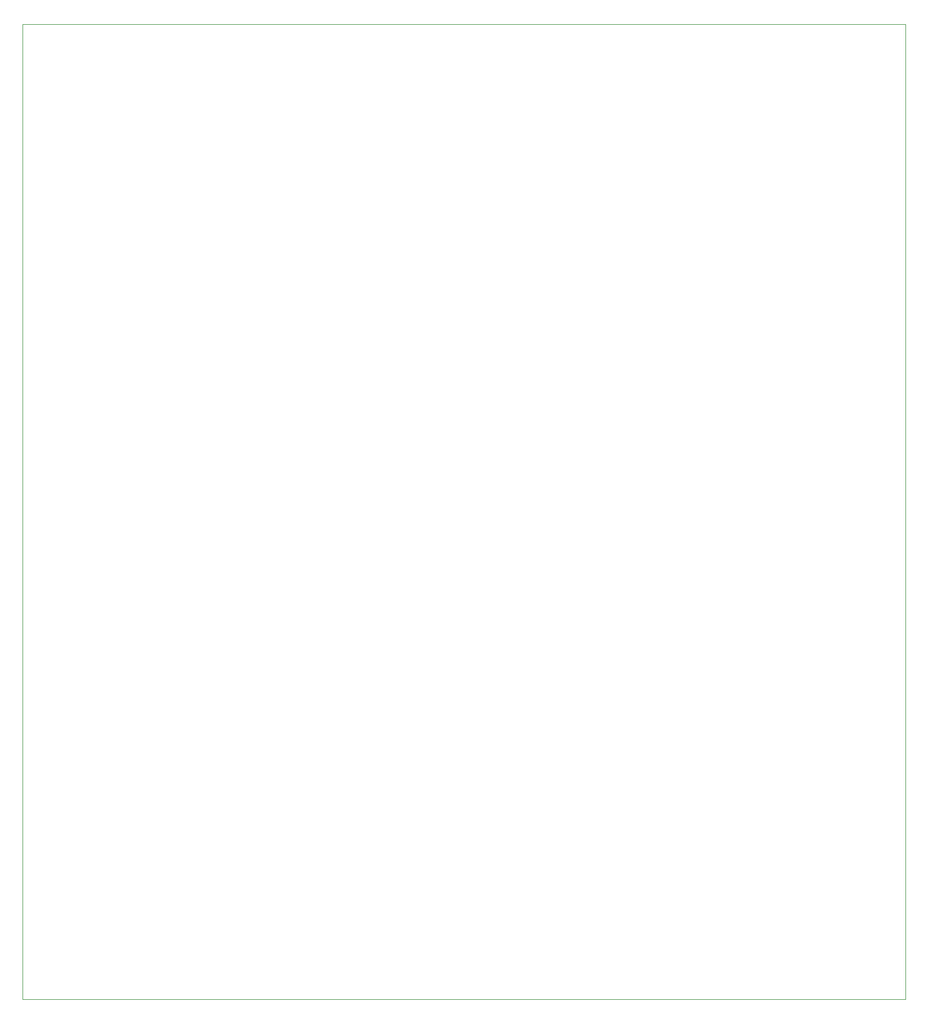
<source format=gko>
G04 Layer_Color=16711935*
%FSTAX24Y24*%
%MOIN*%
G70*
G01*
G75*
%ADD43C,0.0039*%
D43*
X009843Y109843D02*
X012835D01*
X063386D01*
Y050787D02*
Y109843D01*
X009843Y050787D02*
X063386D01*
X009843D02*
Y109843D01*
M02*

</source>
